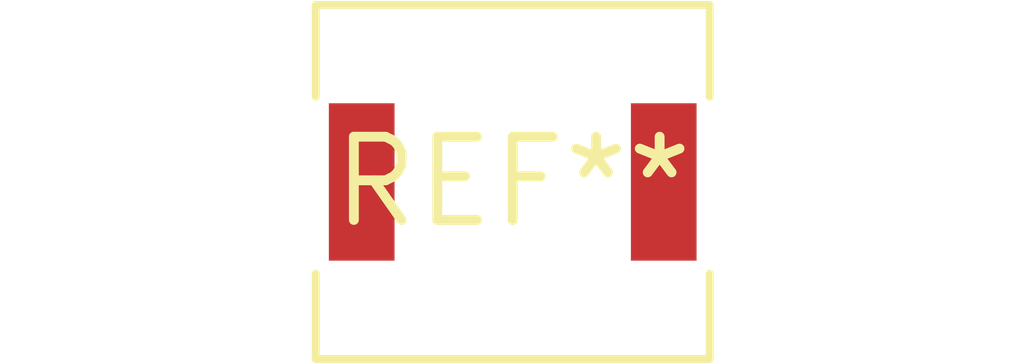
<source format=kicad_pcb>
(kicad_pcb (version 20240108) (generator pcbnew)
  (layers (0 "F.Cu" signal) (31 "B.Cu" signal) (34 "B.Paste" user) (35 "F.Paste" user) (36 "B.SilkS" user "B.Silkscreen") (37 "F.SilkS" user "F.Silkscreen") (38 "B.Mask" user) (39 "F.Mask" user) (44 "Edge.Cuts" user))
  (net 0 "")
  (footprint "L_Neosid_SMs42" (layer "F.Cu") (at 0 0)
    (property "Reference" "REF**")
    (property "Value" "L_Neosid_SMs42")
    (fp_line (start -3 -2.7) (end 3 -2.7) (layer "F.SilkS") (stroke (width 0.12)))
    (fp_line (start -3 -1.3) (end -3 -2.7) (layer "F.SilkS") (stroke (width 0.12)))
    (fp_line (start -3 2.7) (end -3 1.4) (layer "F.SilkS") (stroke (width 0.12)))
    (fp_line (start 3 -2.7) (end 3 -1.3) (layer "F.SilkS") (stroke (width 0.12)))
    (fp_line (start 3 1.4) (end 3 2.7) (layer "F.SilkS") (stroke (width 0.12)))
    (fp_line (start 3 2.7) (end -3 2.7) (layer "F.SilkS") (stroke (width 0.12)))
    (pad "1" smd rect (at -2.3 0) (size 1 2.4) (layers "F.Cu" "F.Paste" "F.Mask"))
    (pad "2" smd rect (at 2.3 0) (size 1 2.4) (layers "F.Cu" "F.Paste" "F.Mask"))
  )
)
</source>
